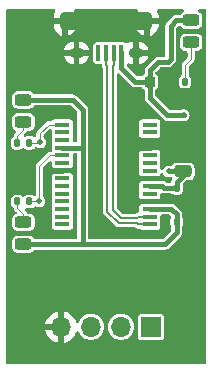
<source format=gtl>
G04 #@! TF.GenerationSoftware,KiCad,Pcbnew,8.0.5*
G04 #@! TF.CreationDate,2025-04-12T21:20:27+09:00*
G04 #@! TF.ProjectId,usb_serial,7573625f-7365-4726-9961-6c2e6b696361,rev?*
G04 #@! TF.SameCoordinates,Original*
G04 #@! TF.FileFunction,Copper,L1,Top*
G04 #@! TF.FilePolarity,Positive*
%FSLAX46Y46*%
G04 Gerber Fmt 4.6, Leading zero omitted, Abs format (unit mm)*
G04 Created by KiCad (PCBNEW 8.0.5) date 2025-04-12 21:20:27*
%MOMM*%
%LPD*%
G01*
G04 APERTURE LIST*
G04 Aperture macros list*
%AMRoundRect*
0 Rectangle with rounded corners*
0 $1 Rounding radius*
0 $2 $3 $4 $5 $6 $7 $8 $9 X,Y pos of 4 corners*
0 Add a 4 corners polygon primitive as box body*
4,1,4,$2,$3,$4,$5,$6,$7,$8,$9,$2,$3,0*
0 Add four circle primitives for the rounded corners*
1,1,$1+$1,$2,$3*
1,1,$1+$1,$4,$5*
1,1,$1+$1,$6,$7*
1,1,$1+$1,$8,$9*
0 Add four rect primitives between the rounded corners*
20,1,$1+$1,$2,$3,$4,$5,0*
20,1,$1+$1,$4,$5,$6,$7,0*
20,1,$1+$1,$6,$7,$8,$9,0*
20,1,$1+$1,$8,$9,$2,$3,0*%
G04 Aperture macros list end*
G04 #@! TA.AperFunction,SMDPad,CuDef*
%ADD10RoundRect,0.100000X0.100000X0.575000X-0.100000X0.575000X-0.100000X-0.575000X0.100000X-0.575000X0*%
G04 #@! TD*
G04 #@! TA.AperFunction,ComponentPad*
%ADD11O,0.890000X1.550000*%
G04 #@! TD*
G04 #@! TA.AperFunction,SMDPad,CuDef*
%ADD12RoundRect,0.250000X0.475000X0.525000X-0.475000X0.525000X-0.475000X-0.525000X0.475000X-0.525000X0*%
G04 #@! TD*
G04 #@! TA.AperFunction,ComponentPad*
%ADD13O,1.250000X0.950000*%
G04 #@! TD*
G04 #@! TA.AperFunction,SMDPad,CuDef*
%ADD14RoundRect,0.250000X0.500000X0.525000X-0.500000X0.525000X-0.500000X-0.525000X0.500000X-0.525000X0*%
G04 #@! TD*
G04 #@! TA.AperFunction,SMDPad,CuDef*
%ADD15R,1.300000X0.380000*%
G04 #@! TD*
G04 #@! TA.AperFunction,SMDPad,CuDef*
%ADD16RoundRect,0.140000X-0.140000X-0.170000X0.140000X-0.170000X0.140000X0.170000X-0.140000X0.170000X0*%
G04 #@! TD*
G04 #@! TA.AperFunction,SMDPad,CuDef*
%ADD17RoundRect,0.243750X0.456250X-0.243750X0.456250X0.243750X-0.456250X0.243750X-0.456250X-0.243750X0*%
G04 #@! TD*
G04 #@! TA.AperFunction,SMDPad,CuDef*
%ADD18RoundRect,0.250000X0.475000X-0.250000X0.475000X0.250000X-0.475000X0.250000X-0.475000X-0.250000X0*%
G04 #@! TD*
G04 #@! TA.AperFunction,SMDPad,CuDef*
%ADD19RoundRect,0.135000X0.135000X0.185000X-0.135000X0.185000X-0.135000X-0.185000X0.135000X-0.185000X0*%
G04 #@! TD*
G04 #@! TA.AperFunction,SMDPad,CuDef*
%ADD20RoundRect,0.243750X-0.456250X0.243750X-0.456250X-0.243750X0.456250X-0.243750X0.456250X0.243750X0*%
G04 #@! TD*
G04 #@! TA.AperFunction,ComponentPad*
%ADD21R,1.700000X1.700000*%
G04 #@! TD*
G04 #@! TA.AperFunction,ComponentPad*
%ADD22O,1.700000X1.700000*%
G04 #@! TD*
G04 #@! TA.AperFunction,SMDPad,CuDef*
%ADD23RoundRect,0.225000X-0.225000X-0.250000X0.225000X-0.250000X0.225000X0.250000X-0.225000X0.250000X0*%
G04 #@! TD*
G04 #@! TA.AperFunction,ViaPad*
%ADD24C,0.500000*%
G04 #@! TD*
G04 #@! TA.AperFunction,Conductor*
%ADD25C,0.400000*%
G04 #@! TD*
G04 #@! TA.AperFunction,Conductor*
%ADD26C,0.101600*%
G04 #@! TD*
G04 #@! TA.AperFunction,Conductor*
%ADD27C,0.200000*%
G04 #@! TD*
G04 APERTURE END LIST*
D10*
X140300000Y-64190000D03*
X139650000Y-64190000D03*
X139000000Y-64190000D03*
X138350000Y-64190000D03*
X137700000Y-64190000D03*
D11*
X142500000Y-61490000D03*
D12*
X142025000Y-61490000D03*
D13*
X141500000Y-64190000D03*
D14*
X140000000Y-61490000D03*
X138000000Y-61490000D03*
D13*
X136500000Y-64190000D03*
D12*
X135975000Y-61490000D03*
D11*
X135500000Y-61490000D03*
D15*
X135300000Y-70275000D03*
X135300000Y-70925000D03*
X135300000Y-71575000D03*
X135300000Y-72225000D03*
X135300000Y-72875000D03*
X135300000Y-73525000D03*
X135300000Y-74175000D03*
X135300000Y-74825000D03*
X135300000Y-75475000D03*
X135300000Y-76125000D03*
X135300000Y-76775000D03*
X135300000Y-77425000D03*
X135300000Y-78075000D03*
X135300000Y-78725000D03*
X142700000Y-78725000D03*
X142700000Y-78075000D03*
X142700000Y-77425000D03*
X142700000Y-76775000D03*
X142700000Y-76125000D03*
X142700000Y-75475000D03*
X142700000Y-74825000D03*
X142700000Y-74175000D03*
X142700000Y-73525000D03*
X142700000Y-72875000D03*
X142700000Y-72225000D03*
X142700000Y-71575000D03*
X142700000Y-70925000D03*
X142700000Y-70275000D03*
D16*
X144980000Y-75640000D03*
X145940000Y-75640000D03*
D17*
X146200000Y-63307500D03*
X146200000Y-61432500D03*
D16*
X144980000Y-78500000D03*
X145940000Y-78500000D03*
D17*
X132000000Y-70047500D03*
X132000000Y-68172500D03*
D18*
X145520000Y-74240000D03*
X145520000Y-72340000D03*
D19*
X132510000Y-71810000D03*
X131490000Y-71810000D03*
X146710000Y-66640000D03*
X145690000Y-66640000D03*
D20*
X132000000Y-78542500D03*
X132000000Y-80417500D03*
D19*
X132510000Y-76780000D03*
X131490000Y-76780000D03*
D21*
X142810000Y-87400000D03*
D22*
X140270000Y-87400000D03*
X137730000Y-87400000D03*
X135190000Y-87400000D03*
D23*
X142715000Y-66650000D03*
X144265000Y-66650000D03*
D24*
X137950000Y-66290000D03*
X141390000Y-74820000D03*
X144280000Y-65790000D03*
X134050000Y-74180000D03*
X146820000Y-75640000D03*
X141370000Y-71340000D03*
X141410000Y-76770000D03*
X146850000Y-78530000D03*
X146710000Y-65840000D03*
X137150000Y-65490000D03*
X137150000Y-66290000D03*
X141425000Y-72225000D03*
X137950000Y-65490000D03*
X144200000Y-72340000D03*
X144290000Y-74240000D03*
X145570000Y-69480000D03*
X133350000Y-76780000D03*
X133410000Y-71780000D03*
D25*
X141415000Y-76775000D02*
X141410000Y-76770000D01*
X135295000Y-74180000D02*
X135300000Y-74175000D01*
X141605000Y-71575000D02*
X141370000Y-71340000D01*
X142075000Y-71575000D02*
X141605000Y-71575000D01*
D26*
X146710000Y-66640000D02*
X146710000Y-65840000D01*
D25*
X146820000Y-75640000D02*
X145940000Y-75640000D01*
X145520000Y-72340000D02*
X144200000Y-72340000D01*
X146850000Y-78530000D02*
X146820000Y-78500000D01*
X134050000Y-74180000D02*
X135295000Y-74180000D01*
X142700000Y-71575000D02*
X142075000Y-71575000D01*
X142700000Y-76775000D02*
X141415000Y-76775000D01*
X144280000Y-65790000D02*
X144280000Y-66635000D01*
X141425000Y-72225000D02*
X142700000Y-72225000D01*
X144280000Y-66635000D02*
X144265000Y-66650000D01*
X142700000Y-74825000D02*
X141395000Y-74825000D01*
X146820000Y-78500000D02*
X145940000Y-78500000D01*
X141395000Y-74825000D02*
X141390000Y-74820000D01*
X144290000Y-74240000D02*
X145520000Y-74240000D01*
X145520000Y-74600000D02*
X144980000Y-75140000D01*
X142700000Y-75475000D02*
X143755000Y-75475000D01*
X145520000Y-74240000D02*
X145520000Y-74600000D01*
X140300000Y-65490000D02*
X140300000Y-64140000D01*
X142715000Y-66650000D02*
X142715000Y-65635000D01*
X142715000Y-66650000D02*
X142715000Y-68025000D01*
X144480000Y-64710000D02*
X144480000Y-61900000D01*
X144947500Y-61432500D02*
X146200000Y-61432500D01*
X142715000Y-66650000D02*
X141460000Y-66650000D01*
X142715000Y-65635000D02*
X143380000Y-64970000D01*
X144220000Y-64970000D02*
X144480000Y-64710000D01*
X143380000Y-64970000D02*
X144220000Y-64970000D01*
X144480000Y-61900000D02*
X144947500Y-61432500D01*
X143755000Y-75475000D02*
X143920000Y-75640000D01*
X144170000Y-69480000D02*
X145570000Y-69480000D01*
X144980000Y-75140000D02*
X144980000Y-75640000D01*
X141460000Y-66650000D02*
X140300000Y-65490000D01*
X143920000Y-75640000D02*
X144980000Y-75640000D01*
X142715000Y-68025000D02*
X144170000Y-69480000D01*
X137015000Y-72225000D02*
X137015000Y-69005000D01*
X137010000Y-80397500D02*
X137015000Y-80402500D01*
X144535000Y-77425000D02*
X142700000Y-77425000D01*
X132000000Y-80417500D02*
X143962500Y-80417500D01*
X143962500Y-80417500D02*
X144980000Y-79400000D01*
X137015000Y-80402500D02*
X137015000Y-72225000D01*
X144980000Y-77870000D02*
X144535000Y-77425000D01*
X136182500Y-68172500D02*
X132000000Y-68172500D01*
X137015000Y-72225000D02*
X135300000Y-72225000D01*
X137015000Y-69005000D02*
X136182500Y-68172500D01*
X144980000Y-79400000D02*
X144980000Y-77870000D01*
D26*
X131490000Y-71230000D02*
X131490000Y-71810000D01*
X132000000Y-70720000D02*
X131490000Y-71230000D01*
X132000000Y-70047500D02*
X132000000Y-70720000D01*
X131490000Y-77300000D02*
X132000000Y-77810000D01*
X132000000Y-77810000D02*
X132000000Y-78542500D01*
X131490000Y-76780000D02*
X131490000Y-77300000D01*
X145690000Y-65200000D02*
X145690000Y-66640000D01*
X146200000Y-64690000D02*
X145690000Y-65200000D01*
X146200000Y-63307500D02*
X146200000Y-64690000D01*
D27*
X139100000Y-65337501D02*
X139100000Y-77648200D01*
X140076800Y-78625000D02*
X141624999Y-78625000D01*
X141724999Y-78725000D02*
X142700000Y-78725000D01*
X141624999Y-78625000D02*
X141724999Y-78725000D01*
X139100000Y-77648200D02*
X140076800Y-78625000D01*
X139000000Y-65237501D02*
X139100000Y-65337501D01*
X139000000Y-64140000D02*
X139000000Y-65237501D01*
X139550000Y-65337501D02*
X139550000Y-77461800D01*
X140263200Y-78175000D02*
X141624999Y-78175000D01*
X139650000Y-65237501D02*
X139550000Y-65337501D01*
X141624999Y-78175000D02*
X141724999Y-78075000D01*
X139550000Y-77461800D02*
X140263200Y-78175000D01*
X139650000Y-64140000D02*
X139650000Y-65237501D01*
X141724999Y-78075000D02*
X142700000Y-78075000D01*
D26*
X133535000Y-73625000D02*
X133350000Y-73810000D01*
X133350000Y-76780000D02*
X132510000Y-76780000D01*
X134285000Y-72875000D02*
X133535000Y-73625000D01*
X133350000Y-73810000D02*
X133350000Y-76780000D01*
X135300000Y-72875000D02*
X134285000Y-72875000D01*
X135300000Y-70275000D02*
X134145000Y-70275000D01*
X134145000Y-70275000D02*
X133400000Y-71020000D01*
X133400000Y-71020000D02*
X133400000Y-71790000D01*
X133380000Y-71810000D02*
X132510000Y-71810000D01*
X133400000Y-71790000D02*
X133380000Y-71810000D01*
G04 #@! TA.AperFunction,Conductor*
G36*
X134639173Y-60520185D02*
G01*
X134684928Y-60572989D01*
X134694872Y-60642147D01*
X134675236Y-60693391D01*
X134662555Y-60712368D01*
X134662550Y-60712377D01*
X134591316Y-60884353D01*
X134591314Y-60884361D01*
X134555000Y-61066921D01*
X134555000Y-61240000D01*
X135250000Y-61240000D01*
X135250000Y-61740000D01*
X134555000Y-61740000D01*
X134555000Y-61913078D01*
X134591314Y-62095638D01*
X134591316Y-62095646D01*
X134662550Y-62267622D01*
X134662555Y-62267631D01*
X134765970Y-62422401D01*
X134765973Y-62422405D01*
X134897594Y-62554026D01*
X134897598Y-62554029D01*
X135052368Y-62657444D01*
X135052381Y-62657451D01*
X135224350Y-62728682D01*
X135224355Y-62728683D01*
X135250000Y-62733784D01*
X135250000Y-61864728D01*
X135288060Y-61956614D01*
X135358386Y-62026940D01*
X135450272Y-62065000D01*
X135549728Y-62065000D01*
X135641614Y-62026940D01*
X135711940Y-61956614D01*
X135750000Y-61864728D01*
X135750000Y-62733783D01*
X135775644Y-62728683D01*
X135775649Y-62728682D01*
X135947618Y-62657451D01*
X135947631Y-62657444D01*
X136102401Y-62554029D01*
X136102405Y-62554026D01*
X136234026Y-62422405D01*
X136234029Y-62422401D01*
X136337444Y-62267631D01*
X136337449Y-62267622D01*
X136408683Y-62095646D01*
X136408685Y-62095638D01*
X136444999Y-61913078D01*
X136445000Y-61913076D01*
X136445000Y-61740000D01*
X135750000Y-61740000D01*
X135750000Y-61240000D01*
X136445000Y-61240000D01*
X136445000Y-61066923D01*
X136444999Y-61066921D01*
X136408685Y-60884361D01*
X136408683Y-60884353D01*
X136337449Y-60712377D01*
X136337444Y-60712368D01*
X136324764Y-60693391D01*
X136303886Y-60626713D01*
X136322371Y-60559333D01*
X136374350Y-60512643D01*
X136427866Y-60500500D01*
X141572134Y-60500500D01*
X141639173Y-60520185D01*
X141684928Y-60572989D01*
X141694872Y-60642147D01*
X141675236Y-60693391D01*
X141662555Y-60712368D01*
X141662550Y-60712377D01*
X141591316Y-60884353D01*
X141591314Y-60884361D01*
X141555000Y-61066921D01*
X141555000Y-61240000D01*
X142250000Y-61240000D01*
X142250000Y-61740000D01*
X141555000Y-61740000D01*
X141555000Y-61913078D01*
X141591314Y-62095638D01*
X141591316Y-62095646D01*
X141662550Y-62267622D01*
X141662555Y-62267631D01*
X141765970Y-62422401D01*
X141765973Y-62422405D01*
X141897594Y-62554026D01*
X141897598Y-62554029D01*
X142052368Y-62657444D01*
X142052381Y-62657451D01*
X142224350Y-62728682D01*
X142224355Y-62728683D01*
X142250000Y-62733784D01*
X142250000Y-61864728D01*
X142288060Y-61956614D01*
X142358386Y-62026940D01*
X142450272Y-62065000D01*
X142549728Y-62065000D01*
X142641614Y-62026940D01*
X142711940Y-61956614D01*
X142750000Y-61864728D01*
X142750000Y-62733783D01*
X142775644Y-62728683D01*
X142775649Y-62728682D01*
X142947618Y-62657451D01*
X142947631Y-62657444D01*
X143102401Y-62554029D01*
X143102405Y-62554026D01*
X143234026Y-62422405D01*
X143234029Y-62422401D01*
X143337444Y-62267631D01*
X143337449Y-62267622D01*
X143408683Y-62095646D01*
X143408685Y-62095638D01*
X143444999Y-61913078D01*
X143445000Y-61913076D01*
X143445000Y-61740000D01*
X142750000Y-61740000D01*
X142750000Y-61240000D01*
X143445000Y-61240000D01*
X143445000Y-61066923D01*
X143444999Y-61066921D01*
X143408685Y-60884361D01*
X143408683Y-60884353D01*
X143337449Y-60712377D01*
X143337444Y-60712368D01*
X143324764Y-60693391D01*
X143303886Y-60626713D01*
X143322371Y-60559333D01*
X143374350Y-60512643D01*
X143427866Y-60500500D01*
X145487429Y-60500500D01*
X145554468Y-60520185D01*
X145600223Y-60572989D01*
X145610167Y-60642147D01*
X145581142Y-60705703D01*
X145530765Y-60740680D01*
X145507560Y-60749335D01*
X145504443Y-60750498D01*
X145390669Y-60835669D01*
X145318324Y-60932311D01*
X145262390Y-60974182D01*
X145219057Y-60982000D01*
X144888191Y-60982000D01*
X144797825Y-61006213D01*
X144797824Y-61006212D01*
X144773615Y-61012700D01*
X144773606Y-61012704D01*
X144670892Y-61072005D01*
X144670884Y-61072011D01*
X144119513Y-61623383D01*
X144119509Y-61623389D01*
X144060201Y-61726112D01*
X144060200Y-61726117D01*
X144029500Y-61840691D01*
X144029500Y-64395500D01*
X144009815Y-64462539D01*
X143957011Y-64508294D01*
X143905500Y-64519500D01*
X143320691Y-64519500D01*
X143230325Y-64543713D01*
X143230324Y-64543712D01*
X143206116Y-64550199D01*
X143206113Y-64550200D01*
X143103386Y-64609511D01*
X143103383Y-64609513D01*
X142354513Y-65358383D01*
X142354509Y-65358389D01*
X142295201Y-65461112D01*
X142295200Y-65461117D01*
X142264500Y-65575691D01*
X142264500Y-65912764D01*
X142244815Y-65979803D01*
X142214811Y-66012031D01*
X142150311Y-66060314D01*
X142083317Y-66149810D01*
X142027384Y-66191682D01*
X141984050Y-66199500D01*
X141697966Y-66199500D01*
X141630927Y-66179815D01*
X141610285Y-66163181D01*
X140786819Y-65339715D01*
X140753334Y-65278392D01*
X140750500Y-65252034D01*
X140750500Y-65182591D01*
X140770185Y-65115552D01*
X140822989Y-65069797D01*
X140892147Y-65059853D01*
X140921953Y-65068030D01*
X141065602Y-65127531D01*
X141065610Y-65127533D01*
X141249999Y-65164210D01*
X141250000Y-65164210D01*
X141250000Y-64446236D01*
X141295299Y-64465000D01*
X141704701Y-64465000D01*
X141750000Y-64446236D01*
X141750000Y-65164210D01*
X141934389Y-65127533D01*
X141934397Y-65127531D01*
X142111833Y-65054035D01*
X142111842Y-65054030D01*
X142271526Y-64947332D01*
X142271530Y-64947329D01*
X142407329Y-64811530D01*
X142407332Y-64811526D01*
X142514030Y-64651842D01*
X142514035Y-64651833D01*
X142587531Y-64474397D01*
X142587533Y-64474389D01*
X142594374Y-64440000D01*
X141765057Y-64440000D01*
X141805775Y-64423134D01*
X141883134Y-64345775D01*
X141925000Y-64244701D01*
X141925000Y-64135299D01*
X141883134Y-64034225D01*
X141805775Y-63956866D01*
X141765057Y-63940000D01*
X142594374Y-63940000D01*
X142587533Y-63905610D01*
X142587531Y-63905602D01*
X142514035Y-63728166D01*
X142514030Y-63728157D01*
X142407332Y-63568473D01*
X142407329Y-63568469D01*
X142271530Y-63432670D01*
X142271526Y-63432667D01*
X142111842Y-63325969D01*
X142111833Y-63325964D01*
X141934397Y-63252468D01*
X141934389Y-63252466D01*
X141750000Y-63215788D01*
X141750000Y-63933763D01*
X141704701Y-63915000D01*
X141295299Y-63915000D01*
X141250000Y-63933763D01*
X141250000Y-63215789D01*
X141249999Y-63215788D01*
X141065610Y-63252466D01*
X141065602Y-63252468D01*
X140888166Y-63325964D01*
X140888159Y-63325968D01*
X140804019Y-63382189D01*
X140737342Y-63403066D01*
X140669962Y-63384581D01*
X140647447Y-63366766D01*
X140606485Y-63325803D01*
X140501391Y-63274426D01*
X140433261Y-63264500D01*
X140433260Y-63264500D01*
X140166740Y-63264500D01*
X140166739Y-63264500D01*
X140098607Y-63274426D01*
X140098606Y-63274426D01*
X140029459Y-63308230D01*
X139960586Y-63319988D01*
X139920541Y-63308230D01*
X139851393Y-63274426D01*
X139783261Y-63264500D01*
X139783260Y-63264500D01*
X139516740Y-63264500D01*
X139516739Y-63264500D01*
X139448607Y-63274426D01*
X139448606Y-63274426D01*
X139379459Y-63308230D01*
X139310586Y-63319988D01*
X139270541Y-63308230D01*
X139201393Y-63274426D01*
X139133261Y-63264500D01*
X139133260Y-63264500D01*
X138866740Y-63264500D01*
X138866739Y-63264500D01*
X138798607Y-63274426D01*
X138798606Y-63274426D01*
X138729459Y-63308230D01*
X138660586Y-63319988D01*
X138620541Y-63308230D01*
X138551393Y-63274426D01*
X138483261Y-63264500D01*
X138483260Y-63264500D01*
X138216740Y-63264500D01*
X138216739Y-63264500D01*
X138148608Y-63274426D01*
X138043514Y-63325803D01*
X137960803Y-63408514D01*
X137909426Y-63513608D01*
X137899500Y-63581739D01*
X137899500Y-64798260D01*
X137909426Y-64866391D01*
X137960803Y-64971485D01*
X138043514Y-65054196D01*
X138043515Y-65054196D01*
X138043517Y-65054198D01*
X138148607Y-65105573D01*
X138182673Y-65110536D01*
X138216739Y-65115500D01*
X138216740Y-65115500D01*
X138483258Y-65115500D01*
X138483260Y-65115500D01*
X138507622Y-65111950D01*
X138576797Y-65121762D01*
X138629688Y-65167416D01*
X138649500Y-65234418D01*
X138649500Y-65283644D01*
X138662051Y-65330488D01*
X138673385Y-65372786D01*
X138673387Y-65372791D01*
X138719528Y-65452711D01*
X138723873Y-65458372D01*
X138749070Y-65523540D01*
X138749500Y-65533862D01*
X138749500Y-77694345D01*
X138769860Y-77770331D01*
X138773385Y-77783486D01*
X138773387Y-77783491D01*
X138819527Y-77863408D01*
X138819529Y-77863411D01*
X138819530Y-77863412D01*
X139861588Y-78905470D01*
X139941512Y-78951614D01*
X140030656Y-78975500D01*
X140122944Y-78975500D01*
X141428639Y-78975500D01*
X141495678Y-78995185D01*
X141504128Y-79001126D01*
X141509783Y-79005465D01*
X141509787Y-79005469D01*
X141509791Y-79005471D01*
X141509792Y-79005472D01*
X141589705Y-79051611D01*
X141589706Y-79051611D01*
X141589711Y-79051614D01*
X141678855Y-79075500D01*
X141801700Y-79075500D01*
X141868739Y-79095185D01*
X141870590Y-79096397D01*
X141952260Y-79150966D01*
X141952263Y-79150966D01*
X141952264Y-79150967D01*
X142025321Y-79165499D01*
X142025324Y-79165500D01*
X142025326Y-79165500D01*
X143374676Y-79165500D01*
X143374677Y-79165499D01*
X143447740Y-79150966D01*
X143530601Y-79095601D01*
X143585966Y-79012740D01*
X143600500Y-78939674D01*
X143600500Y-78510326D01*
X143600500Y-78510323D01*
X143600499Y-78510321D01*
X143583584Y-78425281D01*
X143587720Y-78424458D01*
X143582710Y-78378032D01*
X143583677Y-78374737D01*
X143583584Y-78374719D01*
X143600499Y-78289678D01*
X143600500Y-78289676D01*
X143600500Y-77999500D01*
X143620185Y-77932461D01*
X143672989Y-77886706D01*
X143724500Y-77875500D01*
X144297035Y-77875500D01*
X144364074Y-77895185D01*
X144384716Y-77911819D01*
X144473437Y-78000540D01*
X144506922Y-78061863D01*
X144501938Y-78131555D01*
X144496241Y-78144516D01*
X144463981Y-78207827D01*
X144463981Y-78207828D01*
X144449500Y-78299264D01*
X144449500Y-78700739D01*
X144463981Y-78792170D01*
X144463981Y-78792171D01*
X144463982Y-78792174D01*
X144463983Y-78792175D01*
X144515985Y-78894235D01*
X144529500Y-78950528D01*
X144529500Y-79162035D01*
X144509815Y-79229074D01*
X144493181Y-79249716D01*
X143812216Y-79930681D01*
X143750893Y-79964166D01*
X143724535Y-79967000D01*
X137589500Y-79967000D01*
X137522461Y-79947315D01*
X137476706Y-79894511D01*
X137465500Y-79843000D01*
X137465500Y-68945693D01*
X137465500Y-68945691D01*
X137434799Y-68831114D01*
X137434799Y-68831113D01*
X137434799Y-68831112D01*
X137375492Y-68728389D01*
X137375488Y-68728384D01*
X136459116Y-67812013D01*
X136459114Y-67812011D01*
X136407750Y-67782356D01*
X136356388Y-67752701D01*
X136344280Y-67749457D01*
X136332173Y-67746213D01*
X136332170Y-67746212D01*
X136293978Y-67735978D01*
X136241809Y-67722000D01*
X136241808Y-67722000D01*
X132980943Y-67722000D01*
X132913904Y-67702315D01*
X132881676Y-67672311D01*
X132878840Y-67668523D01*
X132809331Y-67575669D01*
X132740962Y-67524489D01*
X132695556Y-67490498D01*
X132695554Y-67490497D01*
X132562391Y-67440829D01*
X132562389Y-67440828D01*
X132562387Y-67440828D01*
X132503529Y-67434500D01*
X131496482Y-67434500D01*
X131496473Y-67434501D01*
X131437608Y-67440828D01*
X131304445Y-67490497D01*
X131190669Y-67575669D01*
X131105498Y-67689443D01*
X131055828Y-67822612D01*
X131049500Y-67881462D01*
X131049500Y-68463517D01*
X131049501Y-68463526D01*
X131055828Y-68522391D01*
X131093355Y-68623000D01*
X131105497Y-68655554D01*
X131190669Y-68769331D01*
X131304446Y-68854503D01*
X131437609Y-68904171D01*
X131496479Y-68910500D01*
X132503520Y-68910499D01*
X132562391Y-68904171D01*
X132695554Y-68854503D01*
X132809331Y-68769331D01*
X132881676Y-68672689D01*
X132937610Y-68630818D01*
X132980943Y-68623000D01*
X135944535Y-68623000D01*
X136011574Y-68642685D01*
X136032216Y-68659319D01*
X136528181Y-69155284D01*
X136561666Y-69216607D01*
X136564500Y-69242965D01*
X136564500Y-71650500D01*
X136544815Y-71717539D01*
X136492011Y-71763294D01*
X136440500Y-71774500D01*
X136324500Y-71774500D01*
X136257461Y-71754815D01*
X136211706Y-71702011D01*
X136200500Y-71650500D01*
X136200500Y-71360323D01*
X136200499Y-71360321D01*
X136183584Y-71275281D01*
X136187720Y-71274458D01*
X136182710Y-71228032D01*
X136183677Y-71224737D01*
X136183584Y-71224719D01*
X136200499Y-71139678D01*
X136200500Y-71139673D01*
X136200500Y-70710323D01*
X136200499Y-70710321D01*
X136183584Y-70625281D01*
X136187720Y-70624458D01*
X136182710Y-70578032D01*
X136183677Y-70574737D01*
X136183584Y-70574719D01*
X136200499Y-70489678D01*
X136200500Y-70489676D01*
X136200500Y-70060323D01*
X136200499Y-70060321D01*
X136185967Y-69987264D01*
X136185966Y-69987260D01*
X136181449Y-69980500D01*
X136130601Y-69904399D01*
X136047740Y-69849034D01*
X136047739Y-69849033D01*
X136047735Y-69849032D01*
X135974677Y-69834500D01*
X135974674Y-69834500D01*
X134625326Y-69834500D01*
X134625323Y-69834500D01*
X134552264Y-69849032D01*
X134552260Y-69849034D01*
X134469401Y-69904397D01*
X134469397Y-69904401D01*
X134459915Y-69918592D01*
X134406302Y-69963397D01*
X134356814Y-69973700D01*
X134105333Y-69973700D01*
X134028700Y-69994233D01*
X133959997Y-70033900D01*
X133959994Y-70033902D01*
X133504223Y-70489674D01*
X133214999Y-70778898D01*
X133214997Y-70778900D01*
X133158900Y-70834997D01*
X133158149Y-70836298D01*
X133155995Y-70840029D01*
X133119233Y-70903700D01*
X133119233Y-70903702D01*
X133112534Y-70928702D01*
X133098700Y-70980331D01*
X133098700Y-71234159D01*
X133079015Y-71301198D01*
X133026211Y-71346953D01*
X132957053Y-71356897D01*
X132893497Y-71327872D01*
X132887019Y-71321840D01*
X132872102Y-71306923D01*
X132872099Y-71306921D01*
X132756521Y-71250419D01*
X132756519Y-71250418D01*
X132756518Y-71250418D01*
X132681582Y-71239500D01*
X132338418Y-71239500D01*
X132284892Y-71247298D01*
X132263480Y-71250418D01*
X132211486Y-71275837D01*
X132142612Y-71287595D01*
X132078316Y-71260252D01*
X132039009Y-71202487D01*
X132037171Y-71132642D01*
X132069343Y-71076757D01*
X132185000Y-70961101D01*
X132185003Y-70961100D01*
X132241100Y-70905003D01*
X132260933Y-70870650D01*
X132274301Y-70847497D01*
X132324869Y-70799282D01*
X132381687Y-70785499D01*
X132503517Y-70785499D01*
X132503520Y-70785499D01*
X132562391Y-70779171D01*
X132695554Y-70729503D01*
X132809331Y-70644331D01*
X132894503Y-70530554D01*
X132944171Y-70397391D01*
X132946536Y-70375383D01*
X132950499Y-70338537D01*
X132950499Y-70338526D01*
X132950500Y-70338521D01*
X132950499Y-69756480D01*
X132944171Y-69697609D01*
X132894503Y-69564446D01*
X132809331Y-69450669D01*
X132740962Y-69399489D01*
X132695556Y-69365498D01*
X132695554Y-69365497D01*
X132562391Y-69315829D01*
X132562389Y-69315828D01*
X132562387Y-69315828D01*
X132503529Y-69309500D01*
X131496482Y-69309500D01*
X131496473Y-69309501D01*
X131437608Y-69315828D01*
X131304445Y-69365497D01*
X131190669Y-69450669D01*
X131105498Y-69564443D01*
X131055828Y-69697612D01*
X131049500Y-69756462D01*
X131049500Y-70338517D01*
X131049501Y-70338526D01*
X131055828Y-70397391D01*
X131105497Y-70530554D01*
X131190669Y-70644331D01*
X131304446Y-70729503D01*
X131312996Y-70732692D01*
X131368929Y-70774564D01*
X131393345Y-70840029D01*
X131378492Y-70908302D01*
X131357343Y-70936553D01*
X131305000Y-70988897D01*
X131304999Y-70988898D01*
X131248902Y-71044994D01*
X131248900Y-71044997D01*
X131229066Y-71079350D01*
X131229065Y-71079350D01*
X131209232Y-71113703D01*
X131209231Y-71113703D01*
X131202274Y-71139673D01*
X131202274Y-71139674D01*
X131188700Y-71190333D01*
X131188700Y-71199795D01*
X131169015Y-71266834D01*
X131134096Y-71297930D01*
X131136257Y-71300956D01*
X131127895Y-71306926D01*
X131036923Y-71397897D01*
X131036921Y-71397900D01*
X130980419Y-71513478D01*
X130980418Y-71513480D01*
X130980418Y-71513482D01*
X130969500Y-71588418D01*
X130969500Y-72031582D01*
X130980418Y-72106518D01*
X130980418Y-72106519D01*
X130980419Y-72106521D01*
X131036921Y-72222099D01*
X131036923Y-72222102D01*
X131127897Y-72313076D01*
X131127900Y-72313078D01*
X131238656Y-72367222D01*
X131243482Y-72369582D01*
X131318418Y-72380500D01*
X131318423Y-72380500D01*
X131661577Y-72380500D01*
X131661582Y-72380500D01*
X131736518Y-72369582D01*
X131794310Y-72341329D01*
X131852099Y-72313078D01*
X131852102Y-72313076D01*
X131912319Y-72252860D01*
X131973642Y-72219375D01*
X132043334Y-72224359D01*
X132087681Y-72252860D01*
X132147897Y-72313076D01*
X132147900Y-72313078D01*
X132258656Y-72367222D01*
X132263482Y-72369582D01*
X132338418Y-72380500D01*
X132338423Y-72380500D01*
X132681577Y-72380500D01*
X132681582Y-72380500D01*
X132756518Y-72369582D01*
X132814310Y-72341329D01*
X132872099Y-72313078D01*
X132872102Y-72313076D01*
X132970342Y-72214837D01*
X132972206Y-72216701D01*
X133015181Y-72182981D01*
X133084741Y-72176414D01*
X133128181Y-72193832D01*
X133199947Y-72239953D01*
X133199950Y-72239954D01*
X133199949Y-72239954D01*
X133338036Y-72280499D01*
X133338038Y-72280500D01*
X133338039Y-72280500D01*
X133481962Y-72280500D01*
X133481962Y-72280499D01*
X133620053Y-72239953D01*
X133741128Y-72162143D01*
X133835377Y-72053373D01*
X133895165Y-71922457D01*
X133915647Y-71780000D01*
X133895165Y-71637543D01*
X133835377Y-71506627D01*
X133835375Y-71506625D01*
X133835374Y-71506622D01*
X133735321Y-71391154D01*
X133737128Y-71389587D01*
X133706320Y-71341642D01*
X133701300Y-71306716D01*
X133701300Y-71196164D01*
X133720985Y-71129125D01*
X133737619Y-71108483D01*
X133975452Y-70870650D01*
X134187820Y-70658281D01*
X134249142Y-70624798D01*
X134318834Y-70629782D01*
X134374767Y-70671654D01*
X134399184Y-70737118D01*
X134399500Y-70745964D01*
X134399500Y-71139674D01*
X134416416Y-71224717D01*
X134412291Y-71225537D01*
X134417264Y-71272103D01*
X134416335Y-71275266D01*
X134416416Y-71275283D01*
X134399500Y-71360323D01*
X134399500Y-71360326D01*
X134399500Y-71789674D01*
X134399500Y-71789676D01*
X134399499Y-71789676D01*
X134416416Y-71874717D01*
X134412291Y-71875537D01*
X134417264Y-71922103D01*
X134416335Y-71925266D01*
X134416416Y-71925283D01*
X134399500Y-72010323D01*
X134399500Y-72445766D01*
X134397734Y-72445766D01*
X134386265Y-72506205D01*
X134338194Y-72556910D01*
X134275887Y-72573700D01*
X134245333Y-72573700D01*
X134168700Y-72594233D01*
X134099997Y-72633900D01*
X134099994Y-72633902D01*
X133533898Y-73200000D01*
X133349998Y-73383900D01*
X133164999Y-73568898D01*
X133164997Y-73568900D01*
X133136948Y-73596949D01*
X133108899Y-73624997D01*
X133104595Y-73632453D01*
X133069233Y-73693701D01*
X133069232Y-73693706D01*
X133048700Y-73770333D01*
X133048700Y-76164612D01*
X133029015Y-76231651D01*
X132976211Y-76277406D01*
X132907053Y-76287350D01*
X132870240Y-76276013D01*
X132756519Y-76220418D01*
X132744028Y-76218598D01*
X132681582Y-76209500D01*
X132338418Y-76209500D01*
X132263482Y-76220418D01*
X132263480Y-76220418D01*
X132263478Y-76220419D01*
X132147900Y-76276921D01*
X132147897Y-76276923D01*
X132087681Y-76337140D01*
X132026358Y-76370625D01*
X131956666Y-76365641D01*
X131912319Y-76337140D01*
X131852102Y-76276923D01*
X131852099Y-76276921D01*
X131736521Y-76220419D01*
X131736519Y-76220418D01*
X131736518Y-76220418D01*
X131661582Y-76209500D01*
X131318418Y-76209500D01*
X131243482Y-76220418D01*
X131243480Y-76220418D01*
X131243478Y-76220419D01*
X131127900Y-76276921D01*
X131127897Y-76276923D01*
X131036923Y-76367897D01*
X131036921Y-76367900D01*
X130980419Y-76483478D01*
X130980418Y-76483480D01*
X130980418Y-76483482D01*
X130969500Y-76558418D01*
X130969500Y-77001582D01*
X130980418Y-77076518D01*
X130980418Y-77076519D01*
X130980419Y-77076521D01*
X131036921Y-77192099D01*
X131036923Y-77192102D01*
X131127895Y-77283074D01*
X131127896Y-77283074D01*
X131127898Y-77283076D01*
X131129709Y-77283961D01*
X131131754Y-77285830D01*
X131136259Y-77289046D01*
X131135870Y-77289590D01*
X131181291Y-77331089D01*
X131195024Y-77363269D01*
X131209233Y-77416298D01*
X131211073Y-77419485D01*
X131211078Y-77419503D01*
X131211083Y-77419501D01*
X131248899Y-77485001D01*
X131248901Y-77485004D01*
X131312062Y-77548165D01*
X131312068Y-77548170D01*
X131401043Y-77637145D01*
X131434528Y-77698468D01*
X131429544Y-77768160D01*
X131387672Y-77824093D01*
X131356698Y-77841007D01*
X131304444Y-77860497D01*
X131190669Y-77945669D01*
X131105498Y-78059443D01*
X131055828Y-78192612D01*
X131049500Y-78251462D01*
X131049500Y-78833517D01*
X131049501Y-78833526D01*
X131055828Y-78892391D01*
X131105497Y-79025554D01*
X131190669Y-79139331D01*
X131304446Y-79224503D01*
X131437609Y-79274171D01*
X131496479Y-79280500D01*
X132503520Y-79280499D01*
X132562391Y-79274171D01*
X132695554Y-79224503D01*
X132809331Y-79139331D01*
X132894503Y-79025554D01*
X132944171Y-78892391D01*
X132946536Y-78870383D01*
X132950499Y-78833537D01*
X132950499Y-78833526D01*
X132950500Y-78833521D01*
X132950499Y-78251480D01*
X132944171Y-78192609D01*
X132894503Y-78059446D01*
X132809331Y-77945669D01*
X132715596Y-77875500D01*
X132695556Y-77860498D01*
X132695554Y-77860497D01*
X132562391Y-77810829D01*
X132562389Y-77810828D01*
X132562387Y-77810828D01*
X132503537Y-77804500D01*
X132503521Y-77804500D01*
X132405604Y-77804500D01*
X132338565Y-77784815D01*
X132292810Y-77732011D01*
X132285830Y-77712595D01*
X132282888Y-77701617D01*
X132280767Y-77693702D01*
X132260933Y-77659350D01*
X132260931Y-77659347D01*
X132241100Y-77624997D01*
X132241098Y-77624995D01*
X132241097Y-77624993D01*
X132180684Y-77564580D01*
X132180661Y-77564559D01*
X132167458Y-77551356D01*
X132133973Y-77490033D01*
X132138957Y-77420341D01*
X132180829Y-77364408D01*
X132246293Y-77339991D01*
X132273014Y-77340970D01*
X132312864Y-77346776D01*
X132338417Y-77350500D01*
X132338418Y-77350500D01*
X132681577Y-77350500D01*
X132681582Y-77350500D01*
X132756518Y-77339582D01*
X132814310Y-77311329D01*
X132872099Y-77283078D01*
X132872100Y-77283076D01*
X132872102Y-77283076D01*
X132932486Y-77222691D01*
X132993807Y-77189208D01*
X133063499Y-77194192D01*
X133087205Y-77206058D01*
X133139949Y-77239954D01*
X133278036Y-77280499D01*
X133278038Y-77280500D01*
X133278039Y-77280500D01*
X133421962Y-77280500D01*
X133421962Y-77280499D01*
X133560053Y-77239953D01*
X133681128Y-77162143D01*
X133775377Y-77053373D01*
X133835165Y-76922457D01*
X133855647Y-76780000D01*
X133835165Y-76637543D01*
X133775377Y-76506627D01*
X133705113Y-76425537D01*
X133681586Y-76398385D01*
X133652562Y-76334829D01*
X133651300Y-76317183D01*
X133651300Y-75039676D01*
X134399499Y-75039676D01*
X134416416Y-75124717D01*
X134412291Y-75125537D01*
X134417264Y-75172103D01*
X134416335Y-75175266D01*
X134416416Y-75175283D01*
X134399500Y-75260323D01*
X134399500Y-75260326D01*
X134399500Y-75689674D01*
X134399500Y-75689676D01*
X134399499Y-75689676D01*
X134416416Y-75774717D01*
X134412291Y-75775537D01*
X134417264Y-75822103D01*
X134416335Y-75825266D01*
X134416416Y-75825283D01*
X134399500Y-75910323D01*
X134399500Y-75910326D01*
X134399500Y-76339674D01*
X134399500Y-76339676D01*
X134399499Y-76339676D01*
X134416416Y-76424717D01*
X134412291Y-76425537D01*
X134417264Y-76472103D01*
X134416335Y-76475266D01*
X134416416Y-76475283D01*
X134399500Y-76560323D01*
X134399500Y-76560326D01*
X134399500Y-76989674D01*
X134399500Y-76989676D01*
X134399499Y-76989676D01*
X134416416Y-77074717D01*
X134412291Y-77075537D01*
X134417264Y-77122103D01*
X134416335Y-77125266D01*
X134416416Y-77125283D01*
X134399500Y-77210323D01*
X134399500Y-77210326D01*
X134399500Y-77639674D01*
X134399500Y-77639676D01*
X134399499Y-77639676D01*
X134416416Y-77724717D01*
X134412291Y-77725537D01*
X134417264Y-77772103D01*
X134416335Y-77775266D01*
X134416416Y-77775283D01*
X134399500Y-77860323D01*
X134399500Y-77860326D01*
X134399500Y-78289674D01*
X134399500Y-78289676D01*
X134399499Y-78289676D01*
X134416416Y-78374717D01*
X134412291Y-78375537D01*
X134417264Y-78422103D01*
X134416335Y-78425266D01*
X134416416Y-78425283D01*
X134399500Y-78510323D01*
X134399500Y-78939678D01*
X134414032Y-79012735D01*
X134414033Y-79012739D01*
X134414034Y-79012740D01*
X134469399Y-79095601D01*
X134534847Y-79139331D01*
X134552260Y-79150966D01*
X134552264Y-79150967D01*
X134625321Y-79165499D01*
X134625324Y-79165500D01*
X134625326Y-79165500D01*
X135974676Y-79165500D01*
X135974677Y-79165499D01*
X136047740Y-79150966D01*
X136130601Y-79095601D01*
X136185966Y-79012740D01*
X136200500Y-78939674D01*
X136200500Y-78510326D01*
X136200500Y-78510323D01*
X136200499Y-78510321D01*
X136183584Y-78425281D01*
X136187720Y-78424458D01*
X136182710Y-78378032D01*
X136183677Y-78374737D01*
X136183584Y-78374719D01*
X136200499Y-78289678D01*
X136200500Y-78289676D01*
X136200500Y-77860323D01*
X136200499Y-77860321D01*
X136183584Y-77775281D01*
X136187720Y-77774458D01*
X136182710Y-77728032D01*
X136183677Y-77724737D01*
X136183584Y-77724719D01*
X136200499Y-77639678D01*
X136200500Y-77639676D01*
X136200500Y-77210323D01*
X136200499Y-77210321D01*
X136183584Y-77125281D01*
X136187720Y-77124458D01*
X136182710Y-77078032D01*
X136183677Y-77074737D01*
X136183584Y-77074719D01*
X136198131Y-77001582D01*
X136200500Y-76989674D01*
X136200500Y-76560326D01*
X136200500Y-76560323D01*
X136200499Y-76560321D01*
X136183584Y-76475281D01*
X136187720Y-76474458D01*
X136182710Y-76428032D01*
X136183677Y-76424737D01*
X136183584Y-76424719D01*
X136200499Y-76339678D01*
X136200500Y-76339676D01*
X136200500Y-75910323D01*
X136200499Y-75910321D01*
X136183584Y-75825281D01*
X136187720Y-75824458D01*
X136182710Y-75778032D01*
X136183677Y-75774737D01*
X136183584Y-75774719D01*
X136200499Y-75689678D01*
X136200500Y-75689676D01*
X136200500Y-75260323D01*
X136200499Y-75260321D01*
X136183584Y-75175281D01*
X136187720Y-75174458D01*
X136182710Y-75128032D01*
X136183677Y-75124737D01*
X136183584Y-75124719D01*
X136198638Y-75049033D01*
X136200500Y-75039674D01*
X136200500Y-74610326D01*
X136200500Y-74610323D01*
X136200499Y-74610321D01*
X136185967Y-74537264D01*
X136185966Y-74537260D01*
X136170004Y-74513371D01*
X136130601Y-74454399D01*
X136047740Y-74399034D01*
X136047739Y-74399033D01*
X136047735Y-74399032D01*
X135974677Y-74384500D01*
X135974674Y-74384500D01*
X134625326Y-74384500D01*
X134625323Y-74384500D01*
X134552264Y-74399032D01*
X134552260Y-74399033D01*
X134469399Y-74454399D01*
X134414033Y-74537260D01*
X134414032Y-74537264D01*
X134399500Y-74610321D01*
X134399500Y-74610326D01*
X134399500Y-75039674D01*
X134399500Y-75039676D01*
X134399499Y-75039676D01*
X133651300Y-75039676D01*
X133651300Y-73986164D01*
X133670985Y-73919125D01*
X133687614Y-73898487D01*
X133776100Y-73810002D01*
X133776099Y-73810002D01*
X134187819Y-73398282D01*
X134249142Y-73364798D01*
X134318834Y-73369782D01*
X134374767Y-73411654D01*
X134399184Y-73477118D01*
X134399500Y-73485964D01*
X134399500Y-73739678D01*
X134414032Y-73812735D01*
X134414033Y-73812739D01*
X134432405Y-73840235D01*
X134469399Y-73895601D01*
X134552260Y-73950966D01*
X134552264Y-73950967D01*
X134625321Y-73965499D01*
X134625324Y-73965500D01*
X134625326Y-73965500D01*
X135974676Y-73965500D01*
X135974677Y-73965499D01*
X136047740Y-73950966D01*
X136130601Y-73895601D01*
X136185966Y-73812740D01*
X136200500Y-73739674D01*
X136200500Y-73310326D01*
X136200500Y-73310323D01*
X136200499Y-73310321D01*
X136183584Y-73225281D01*
X136187720Y-73224458D01*
X136182710Y-73178032D01*
X136183677Y-73174737D01*
X136183584Y-73174719D01*
X136200499Y-73089678D01*
X136200500Y-73089676D01*
X136200500Y-72799500D01*
X136220185Y-72732461D01*
X136272989Y-72686706D01*
X136324500Y-72675500D01*
X136440500Y-72675500D01*
X136507539Y-72695185D01*
X136553294Y-72747989D01*
X136564500Y-72799500D01*
X136564500Y-79843000D01*
X136544815Y-79910039D01*
X136492011Y-79955794D01*
X136440500Y-79967000D01*
X132980943Y-79967000D01*
X132913904Y-79947315D01*
X132881676Y-79917311D01*
X132864608Y-79894511D01*
X132809331Y-79820669D01*
X132740962Y-79769489D01*
X132695556Y-79735498D01*
X132695554Y-79735497D01*
X132562391Y-79685829D01*
X132562389Y-79685828D01*
X132562387Y-79685828D01*
X132503529Y-79679500D01*
X131496482Y-79679500D01*
X131496473Y-79679501D01*
X131437608Y-79685828D01*
X131304445Y-79735497D01*
X131190669Y-79820669D01*
X131105498Y-79934443D01*
X131055828Y-80067612D01*
X131049500Y-80126462D01*
X131049500Y-80708517D01*
X131049501Y-80708526D01*
X131055828Y-80767391D01*
X131084323Y-80843785D01*
X131105497Y-80900554D01*
X131190669Y-81014331D01*
X131304446Y-81099503D01*
X131437609Y-81149171D01*
X131496479Y-81155500D01*
X132503520Y-81155499D01*
X132562391Y-81149171D01*
X132695554Y-81099503D01*
X132809331Y-81014331D01*
X132881676Y-80917689D01*
X132937610Y-80875818D01*
X132980943Y-80868000D01*
X144021808Y-80868000D01*
X144021809Y-80868000D01*
X144112173Y-80843786D01*
X144136387Y-80837299D01*
X144239114Y-80777989D01*
X145340489Y-79676614D01*
X145399798Y-79573887D01*
X145399799Y-79573886D01*
X145430500Y-79459309D01*
X145430500Y-78950528D01*
X145444014Y-78894235D01*
X145496017Y-78792175D01*
X145496017Y-78792173D01*
X145496018Y-78792172D01*
X145496018Y-78792171D01*
X145499901Y-78767650D01*
X145510500Y-78700735D01*
X145510499Y-78299266D01*
X145510499Y-78299264D01*
X145510499Y-78299260D01*
X145496018Y-78207829D01*
X145496017Y-78207825D01*
X145444015Y-78105765D01*
X145430500Y-78049471D01*
X145430500Y-77810693D01*
X145430500Y-77810691D01*
X145401273Y-77701614D01*
X145401273Y-77701613D01*
X145401273Y-77701612D01*
X145399800Y-77696115D01*
X145399799Y-77696113D01*
X145398407Y-77693702D01*
X145340489Y-77593386D01*
X144811614Y-77064511D01*
X144708887Y-77005201D01*
X144708884Y-77005199D01*
X144684626Y-76998700D01*
X144684625Y-76998699D01*
X144684625Y-76998700D01*
X144615861Y-76980275D01*
X144594309Y-76974500D01*
X142640691Y-76974500D01*
X142619139Y-76980275D01*
X142587046Y-76984500D01*
X142025323Y-76984500D01*
X141952264Y-76999032D01*
X141952260Y-76999033D01*
X141869399Y-77054399D01*
X141814033Y-77137260D01*
X141814032Y-77137264D01*
X141799500Y-77210321D01*
X141799500Y-77600500D01*
X141779815Y-77667539D01*
X141727011Y-77713294D01*
X141686732Y-77722056D01*
X141686915Y-77723439D01*
X141678855Y-77724500D01*
X141589711Y-77748386D01*
X141589710Y-77748386D01*
X141589708Y-77748387D01*
X141589705Y-77748388D01*
X141509792Y-77794527D01*
X141504128Y-77798874D01*
X141438959Y-77824070D01*
X141428639Y-77824500D01*
X140459744Y-77824500D01*
X140392705Y-77804815D01*
X140372063Y-77788181D01*
X139936819Y-77352937D01*
X139903334Y-77291614D01*
X139900500Y-77265256D01*
X139900500Y-73089676D01*
X141799499Y-73089676D01*
X141816416Y-73174717D01*
X141812291Y-73175537D01*
X141817264Y-73222103D01*
X141816335Y-73225266D01*
X141816416Y-73225283D01*
X141799500Y-73310323D01*
X141799500Y-73310326D01*
X141799500Y-73739674D01*
X141799500Y-73739676D01*
X141799499Y-73739676D01*
X141816416Y-73824717D01*
X141812291Y-73825537D01*
X141817264Y-73872103D01*
X141816335Y-73875266D01*
X141816416Y-73875283D01*
X141799500Y-73960323D01*
X141799500Y-74389678D01*
X141814032Y-74462735D01*
X141814033Y-74462739D01*
X141814034Y-74462740D01*
X141869399Y-74545601D01*
X141947047Y-74597483D01*
X141952260Y-74600966D01*
X141952264Y-74600967D01*
X142025321Y-74615499D01*
X142025324Y-74615500D01*
X142025326Y-74615500D01*
X143374676Y-74615500D01*
X143374677Y-74615499D01*
X143447740Y-74600966D01*
X143530601Y-74545601D01*
X143585966Y-74462740D01*
X143588588Y-74449556D01*
X143620972Y-74387645D01*
X143681687Y-74353069D01*
X143751456Y-74356807D01*
X143808129Y-74397672D01*
X143823000Y-74422233D01*
X143864623Y-74513373D01*
X143958872Y-74622143D01*
X144079947Y-74699953D01*
X144079950Y-74699954D01*
X144079949Y-74699954D01*
X144218036Y-74740499D01*
X144218038Y-74740500D01*
X144218039Y-74740500D01*
X144361961Y-74740500D01*
X144460325Y-74711618D01*
X144530194Y-74711618D01*
X144588972Y-74749392D01*
X144617997Y-74812948D01*
X144608053Y-74882106D01*
X144602646Y-74892594D01*
X144560201Y-74966110D01*
X144560200Y-74966117D01*
X144529500Y-75080690D01*
X144529369Y-75081689D01*
X144529024Y-75082468D01*
X144527397Y-75088541D01*
X144526449Y-75088287D01*
X144501100Y-75145585D01*
X144442775Y-75184054D01*
X144406430Y-75189500D01*
X144157965Y-75189500D01*
X144090926Y-75169815D01*
X144070284Y-75153181D01*
X144031616Y-75114513D01*
X144031614Y-75114511D01*
X143973035Y-75080690D01*
X143928888Y-75055201D01*
X143916780Y-75051957D01*
X143904673Y-75048713D01*
X143904670Y-75048712D01*
X143851629Y-75034500D01*
X143814309Y-75024500D01*
X142640691Y-75024500D01*
X142619139Y-75030275D01*
X142587046Y-75034500D01*
X142025323Y-75034500D01*
X141952264Y-75049032D01*
X141952260Y-75049033D01*
X141869399Y-75104399D01*
X141814033Y-75187260D01*
X141814032Y-75187264D01*
X141799500Y-75260321D01*
X141799500Y-75260326D01*
X141799500Y-75689674D01*
X141799500Y-75689676D01*
X141799499Y-75689676D01*
X141816416Y-75774717D01*
X141812291Y-75775537D01*
X141817264Y-75822103D01*
X141816335Y-75825266D01*
X141816416Y-75825283D01*
X141799500Y-75910323D01*
X141799500Y-76339678D01*
X141814032Y-76412735D01*
X141814033Y-76412739D01*
X141824375Y-76428217D01*
X141869399Y-76495601D01*
X141952260Y-76550966D01*
X141952264Y-76550967D01*
X142025321Y-76565499D01*
X142025324Y-76565500D01*
X142025326Y-76565500D01*
X143374676Y-76565500D01*
X143374677Y-76565499D01*
X143447740Y-76550966D01*
X143530601Y-76495601D01*
X143585966Y-76412740D01*
X143600500Y-76339674D01*
X143600500Y-76182381D01*
X143620185Y-76115342D01*
X143672989Y-76069587D01*
X143742147Y-76059643D01*
X143756584Y-76062604D01*
X143770323Y-76066285D01*
X143770325Y-76066286D01*
X143782645Y-76069587D01*
X143860691Y-76090500D01*
X144516887Y-76090500D01*
X144583926Y-76110185D01*
X144604568Y-76126819D01*
X144607603Y-76129854D01*
X144607605Y-76129855D01*
X144607609Y-76129859D01*
X144717825Y-76186017D01*
X144717826Y-76186017D01*
X144717828Y-76186018D01*
X144752947Y-76191579D01*
X144809265Y-76200500D01*
X145150734Y-76200499D01*
X145150739Y-76200499D01*
X145150739Y-76200498D01*
X145196454Y-76193258D01*
X145242170Y-76186018D01*
X145242171Y-76186018D01*
X145242172Y-76186017D01*
X145242175Y-76186017D01*
X145352391Y-76129859D01*
X145439859Y-76042391D01*
X145496017Y-75932175D01*
X145496017Y-75932173D01*
X145496018Y-75932172D01*
X145496018Y-75932171D01*
X145499901Y-75907650D01*
X145510500Y-75840735D01*
X145510499Y-75439266D01*
X145510499Y-75439260D01*
X145494491Y-75338186D01*
X145497742Y-75337670D01*
X145496228Y-75284793D01*
X145528474Y-75228627D01*
X145730284Y-75026818D01*
X145791607Y-74993333D01*
X145817965Y-74990499D01*
X146042871Y-74990499D01*
X146042872Y-74990499D01*
X146102483Y-74984091D01*
X146237331Y-74933796D01*
X146352546Y-74847546D01*
X146438796Y-74732331D01*
X146489091Y-74597483D01*
X146495500Y-74537873D01*
X146495499Y-73942128D01*
X146489091Y-73882517D01*
X146486392Y-73875281D01*
X146438797Y-73747671D01*
X146438793Y-73747664D01*
X146352547Y-73632455D01*
X146352544Y-73632452D01*
X146237335Y-73546206D01*
X146237328Y-73546202D01*
X146102482Y-73495908D01*
X146102483Y-73495908D01*
X146042883Y-73489501D01*
X146042881Y-73489500D01*
X146042873Y-73489500D01*
X146042864Y-73489500D01*
X144997129Y-73489500D01*
X144997123Y-73489501D01*
X144937516Y-73495908D01*
X144802671Y-73546202D01*
X144802664Y-73546206D01*
X144687455Y-73632452D01*
X144614700Y-73729640D01*
X144558766Y-73771510D01*
X144489074Y-73776494D01*
X144480500Y-73774305D01*
X144361963Y-73739500D01*
X144361961Y-73739500D01*
X144218039Y-73739500D01*
X144218036Y-73739500D01*
X144079949Y-73780045D01*
X143958873Y-73857856D01*
X143864623Y-73966626D01*
X143864622Y-73966628D01*
X143837294Y-74026468D01*
X143791539Y-74079272D01*
X143724499Y-74098956D01*
X143657460Y-74079271D01*
X143611705Y-74026467D01*
X143600500Y-73974956D01*
X143600500Y-73960323D01*
X143600499Y-73960321D01*
X143583584Y-73875281D01*
X143587720Y-73874458D01*
X143582710Y-73828032D01*
X143583677Y-73824737D01*
X143583584Y-73824719D01*
X143600499Y-73739678D01*
X143600500Y-73739676D01*
X143600500Y-73310323D01*
X143600499Y-73310321D01*
X143583584Y-73225281D01*
X143587720Y-73224458D01*
X143582710Y-73178032D01*
X143583677Y-73174737D01*
X143583584Y-73174719D01*
X143600499Y-73089678D01*
X143600500Y-73089676D01*
X143600500Y-72660323D01*
X143600499Y-72660321D01*
X143585967Y-72587264D01*
X143585966Y-72587260D01*
X143530601Y-72504399D01*
X143447740Y-72449034D01*
X143447739Y-72449033D01*
X143447735Y-72449032D01*
X143374677Y-72434500D01*
X143374674Y-72434500D01*
X142025326Y-72434500D01*
X142025323Y-72434500D01*
X141952264Y-72449032D01*
X141952260Y-72449033D01*
X141869399Y-72504399D01*
X141814033Y-72587260D01*
X141814032Y-72587264D01*
X141799500Y-72660321D01*
X141799500Y-72660326D01*
X141799500Y-73089674D01*
X141799500Y-73089676D01*
X141799499Y-73089676D01*
X139900500Y-73089676D01*
X139900500Y-70489676D01*
X141799499Y-70489676D01*
X141816416Y-70574717D01*
X141812291Y-70575537D01*
X141817264Y-70622103D01*
X141816335Y-70625266D01*
X141816416Y-70625283D01*
X141799500Y-70710323D01*
X141799500Y-71139678D01*
X141814032Y-71212735D01*
X141814033Y-71212739D01*
X141828345Y-71234159D01*
X141869399Y-71295601D01*
X141946254Y-71346953D01*
X141952260Y-71350966D01*
X141952264Y-71350967D01*
X142025321Y-71365499D01*
X142025324Y-71365500D01*
X142025326Y-71365500D01*
X143374676Y-71365500D01*
X143374677Y-71365499D01*
X143447740Y-71350966D01*
X143530601Y-71295601D01*
X143585966Y-71212740D01*
X143600500Y-71139674D01*
X143600500Y-70710326D01*
X143600500Y-70710323D01*
X143600499Y-70710321D01*
X143583584Y-70625281D01*
X143587720Y-70624458D01*
X143582710Y-70578032D01*
X143583677Y-70574737D01*
X143583584Y-70574719D01*
X143600499Y-70489678D01*
X143600500Y-70489676D01*
X143600500Y-70060323D01*
X143600499Y-70060321D01*
X143585967Y-69987264D01*
X143585966Y-69987260D01*
X143581449Y-69980500D01*
X143530601Y-69904399D01*
X143447740Y-69849034D01*
X143447739Y-69849033D01*
X143447735Y-69849032D01*
X143374677Y-69834500D01*
X143374674Y-69834500D01*
X142025326Y-69834500D01*
X142025323Y-69834500D01*
X141952264Y-69849032D01*
X141952260Y-69849033D01*
X141869399Y-69904399D01*
X141814033Y-69987260D01*
X141814032Y-69987264D01*
X141799500Y-70060321D01*
X141799500Y-70060326D01*
X141799500Y-70489674D01*
X141799500Y-70489676D01*
X141799499Y-70489676D01*
X139900500Y-70489676D01*
X139900500Y-66026965D01*
X139920185Y-65959926D01*
X139972989Y-65914171D01*
X140042147Y-65904227D01*
X140105703Y-65933252D01*
X140112178Y-65939282D01*
X141183386Y-67010490D01*
X141286113Y-67069799D01*
X141310321Y-67076284D01*
X141310324Y-67076286D01*
X141310325Y-67076286D01*
X141340447Y-67084357D01*
X141400691Y-67100500D01*
X141984050Y-67100500D01*
X142051089Y-67120185D01*
X142083316Y-67150189D01*
X142150313Y-67239687D01*
X142214812Y-67287970D01*
X142256681Y-67343901D01*
X142264500Y-67387235D01*
X142264500Y-68084308D01*
X142288712Y-68174672D01*
X142295200Y-68198885D01*
X142295200Y-68198886D01*
X142295201Y-68198887D01*
X142354511Y-68301614D01*
X143893386Y-69840490D01*
X143893388Y-69840491D01*
X143893392Y-69840494D01*
X143996110Y-69899798D01*
X143996113Y-69899799D01*
X144013276Y-69904397D01*
X144013279Y-69904399D01*
X144013280Y-69904399D01*
X144033865Y-69909914D01*
X144110691Y-69930500D01*
X145312273Y-69930500D01*
X145351004Y-69938926D01*
X145351437Y-69937455D01*
X145498036Y-69980499D01*
X145498038Y-69980500D01*
X145498039Y-69980500D01*
X145641962Y-69980500D01*
X145641962Y-69980499D01*
X145780053Y-69939953D01*
X145901128Y-69862143D01*
X145995377Y-69753373D01*
X146055165Y-69622457D01*
X146075647Y-69480000D01*
X146055165Y-69337543D01*
X145995377Y-69206627D01*
X145901128Y-69097857D01*
X145780053Y-69020047D01*
X145780051Y-69020046D01*
X145780049Y-69020045D01*
X145780050Y-69020045D01*
X145641963Y-68979500D01*
X145641961Y-68979500D01*
X145498039Y-68979500D01*
X145498036Y-68979500D01*
X145351437Y-69022545D01*
X145351004Y-69021073D01*
X145312273Y-69029500D01*
X144407966Y-69029500D01*
X144340927Y-69009815D01*
X144320285Y-68993181D01*
X143201819Y-67874715D01*
X143168334Y-67813392D01*
X143165500Y-67787034D01*
X143165500Y-67387235D01*
X143185185Y-67320196D01*
X143215185Y-67287972D01*
X143279687Y-67239687D01*
X143361628Y-67130226D01*
X143409412Y-67002114D01*
X143411687Y-66980944D01*
X143415499Y-66945501D01*
X143415499Y-66945494D01*
X143415500Y-66945485D01*
X143415499Y-66418418D01*
X145169500Y-66418418D01*
X145169500Y-66861582D01*
X145180418Y-66936518D01*
X145180418Y-66936519D01*
X145180419Y-66936521D01*
X145236921Y-67052099D01*
X145236923Y-67052102D01*
X145327897Y-67143076D01*
X145327900Y-67143078D01*
X145438656Y-67197222D01*
X145443482Y-67199582D01*
X145518418Y-67210500D01*
X145518423Y-67210500D01*
X145861577Y-67210500D01*
X145861582Y-67210500D01*
X145936518Y-67199582D01*
X145994310Y-67171329D01*
X146052099Y-67143078D01*
X146052102Y-67143076D01*
X146143076Y-67052102D01*
X146143078Y-67052099D01*
X146195198Y-66945485D01*
X146199582Y-66936518D01*
X146210500Y-66861582D01*
X146210500Y-66418418D01*
X146199582Y-66343482D01*
X146197222Y-66338656D01*
X146143078Y-66227900D01*
X146143076Y-66227897D01*
X146052105Y-66136926D01*
X146043743Y-66130956D01*
X146046060Y-66127709D01*
X146009205Y-66093981D01*
X145991300Y-66029795D01*
X145991300Y-65376163D01*
X146010985Y-65309124D01*
X146027615Y-65288486D01*
X146385000Y-64931101D01*
X146385003Y-64931100D01*
X146441100Y-64875003D01*
X146460933Y-64840650D01*
X146480767Y-64806298D01*
X146501300Y-64729667D01*
X146501300Y-64650333D01*
X146501300Y-64169499D01*
X146520985Y-64102460D01*
X146573789Y-64056705D01*
X146625300Y-64045499D01*
X146703517Y-64045499D01*
X146703520Y-64045499D01*
X146762391Y-64039171D01*
X146895554Y-63989503D01*
X147009331Y-63904331D01*
X147094503Y-63790554D01*
X147144171Y-63657391D01*
X147146536Y-63635383D01*
X147150499Y-63598537D01*
X147150499Y-63598526D01*
X147150500Y-63598521D01*
X147150499Y-63016480D01*
X147144171Y-62957609D01*
X147094503Y-62824446D01*
X147009331Y-62710669D01*
X146938230Y-62657444D01*
X146895556Y-62625498D01*
X146895554Y-62625497D01*
X146762391Y-62575829D01*
X146762389Y-62575828D01*
X146762387Y-62575828D01*
X146703529Y-62569500D01*
X145696482Y-62569500D01*
X145696473Y-62569501D01*
X145637608Y-62575828D01*
X145504445Y-62625497D01*
X145390669Y-62710669D01*
X145305498Y-62824443D01*
X145255828Y-62957612D01*
X145249500Y-63016462D01*
X145249500Y-63598517D01*
X145249501Y-63598526D01*
X145255828Y-63657391D01*
X145282227Y-63728166D01*
X145305497Y-63790554D01*
X145390669Y-63904331D01*
X145504446Y-63989503D01*
X145637609Y-64039171D01*
X145696479Y-64045500D01*
X145774700Y-64045499D01*
X145841738Y-64065183D01*
X145887494Y-64117986D01*
X145898700Y-64169499D01*
X145898700Y-64513835D01*
X145879015Y-64580874D01*
X145862381Y-64601516D01*
X145448901Y-65014995D01*
X145448900Y-65014997D01*
X145444690Y-65022289D01*
X145432871Y-65042760D01*
X145409233Y-65083700D01*
X145393107Y-65143882D01*
X145393107Y-65143886D01*
X145388700Y-65160333D01*
X145388700Y-65160335D01*
X145388700Y-66029795D01*
X145369015Y-66096834D01*
X145334096Y-66127930D01*
X145336257Y-66130956D01*
X145327895Y-66136926D01*
X145236923Y-66227897D01*
X145236921Y-66227900D01*
X145180419Y-66343478D01*
X145180418Y-66343480D01*
X145180418Y-66343482D01*
X145169500Y-66418418D01*
X143415499Y-66418418D01*
X143415499Y-66354516D01*
X143409412Y-66297886D01*
X143361628Y-66169774D01*
X143279687Y-66060313D01*
X143215188Y-66012030D01*
X143173318Y-65956097D01*
X143165500Y-65912764D01*
X143165500Y-65872965D01*
X143185185Y-65805926D01*
X143201819Y-65785284D01*
X143530284Y-65456819D01*
X143591607Y-65423334D01*
X143617965Y-65420500D01*
X144279308Y-65420500D01*
X144279309Y-65420500D01*
X144369673Y-65396286D01*
X144393887Y-65389799D01*
X144496614Y-65330489D01*
X144840490Y-64986613D01*
X144899799Y-64883886D01*
X144904486Y-64866393D01*
X144930500Y-64769309D01*
X144930500Y-62137965D01*
X144950185Y-62070926D01*
X144966814Y-62050289D01*
X145097786Y-61919317D01*
X145159108Y-61885834D01*
X145185466Y-61883000D01*
X145219057Y-61883000D01*
X145286096Y-61902685D01*
X145318324Y-61932689D01*
X145390669Y-62029331D01*
X145504446Y-62114503D01*
X145637609Y-62164171D01*
X145696479Y-62170500D01*
X146703520Y-62170499D01*
X146762391Y-62164171D01*
X146895554Y-62114503D01*
X147009331Y-62029331D01*
X147094503Y-61915554D01*
X147144171Y-61782391D01*
X147146536Y-61760383D01*
X147150499Y-61723537D01*
X147150499Y-61723530D01*
X147150500Y-61723521D01*
X147150499Y-61141480D01*
X147144171Y-61082609D01*
X147138320Y-61066923D01*
X147103729Y-60974182D01*
X147094503Y-60949446D01*
X147009331Y-60835669D01*
X146940962Y-60784489D01*
X146895556Y-60750498D01*
X146895554Y-60750497D01*
X146869234Y-60740680D01*
X146813304Y-60698810D01*
X146788887Y-60633346D01*
X146803739Y-60565073D01*
X146853145Y-60515668D01*
X146912571Y-60500500D01*
X147375500Y-60500500D01*
X147442539Y-60520185D01*
X147488294Y-60572989D01*
X147499500Y-60624500D01*
X147499500Y-90375500D01*
X147479815Y-90442539D01*
X147427011Y-90488294D01*
X147375500Y-90499500D01*
X130624500Y-90499500D01*
X130557461Y-90479815D01*
X130511706Y-90427011D01*
X130500500Y-90375500D01*
X130500500Y-87149999D01*
X133859364Y-87149999D01*
X133859364Y-87150000D01*
X134756988Y-87150000D01*
X134724075Y-87207007D01*
X134690000Y-87334174D01*
X134690000Y-87465826D01*
X134724075Y-87592993D01*
X134756988Y-87650000D01*
X133859364Y-87650000D01*
X133916567Y-87863486D01*
X133916570Y-87863492D01*
X134016399Y-88077578D01*
X134151894Y-88271082D01*
X134318917Y-88438105D01*
X134512421Y-88573600D01*
X134726507Y-88673429D01*
X134726516Y-88673433D01*
X134940000Y-88730634D01*
X134940000Y-87833012D01*
X134997007Y-87865925D01*
X135124174Y-87900000D01*
X135255826Y-87900000D01*
X135382993Y-87865925D01*
X135440000Y-87833012D01*
X135440000Y-88730633D01*
X135653483Y-88673433D01*
X135653492Y-88673429D01*
X135867578Y-88573600D01*
X136061082Y-88438105D01*
X136228105Y-88271082D01*
X136363600Y-88077578D01*
X136463429Y-87863492D01*
X136463431Y-87863489D01*
X136472406Y-87829992D01*
X136508770Y-87770331D01*
X136571616Y-87739800D01*
X136640992Y-87748094D01*
X136694871Y-87792578D01*
X136703182Y-87806811D01*
X136790327Y-87981821D01*
X136913237Y-88144581D01*
X137063958Y-88281980D01*
X137063960Y-88281982D01*
X137163141Y-88343392D01*
X137237363Y-88389348D01*
X137427544Y-88463024D01*
X137628024Y-88500500D01*
X137628026Y-88500500D01*
X137831974Y-88500500D01*
X137831976Y-88500500D01*
X138032456Y-88463024D01*
X138222637Y-88389348D01*
X138396041Y-88281981D01*
X138546764Y-88144579D01*
X138669673Y-87981821D01*
X138760582Y-87799250D01*
X138816397Y-87603083D01*
X138835215Y-87400000D01*
X138835215Y-87399999D01*
X139164785Y-87399999D01*
X139164785Y-87400000D01*
X139183602Y-87603082D01*
X139239417Y-87799247D01*
X139239422Y-87799260D01*
X139330327Y-87981821D01*
X139453237Y-88144581D01*
X139603958Y-88281980D01*
X139603960Y-88281982D01*
X139703141Y-88343392D01*
X139777363Y-88389348D01*
X139967544Y-88463024D01*
X140168024Y-88500500D01*
X140168026Y-88500500D01*
X140371974Y-88500500D01*
X140371976Y-88500500D01*
X140572456Y-88463024D01*
X140762637Y-88389348D01*
X140936041Y-88281981D01*
X141086764Y-88144579D01*
X141209673Y-87981821D01*
X141300582Y-87799250D01*
X141356397Y-87603083D01*
X141375215Y-87400000D01*
X141369115Y-87334174D01*
X141356397Y-87196917D01*
X141343048Y-87150000D01*
X141300582Y-87000750D01*
X141300159Y-86999901D01*
X141250415Y-86900000D01*
X141209673Y-86818179D01*
X141086764Y-86655421D01*
X141086762Y-86655418D01*
X140944051Y-86525321D01*
X141709500Y-86525321D01*
X141709500Y-88274678D01*
X141724032Y-88347735D01*
X141724033Y-88347739D01*
X141724034Y-88347740D01*
X141779399Y-88430601D01*
X141862260Y-88485966D01*
X141862264Y-88485967D01*
X141935321Y-88500499D01*
X141935324Y-88500500D01*
X141935326Y-88500500D01*
X143684676Y-88500500D01*
X143684677Y-88500499D01*
X143757740Y-88485966D01*
X143840601Y-88430601D01*
X143895966Y-88347740D01*
X143910500Y-88274674D01*
X143910500Y-86525326D01*
X143910500Y-86525323D01*
X143910499Y-86525321D01*
X143895967Y-86452264D01*
X143895966Y-86452260D01*
X143840601Y-86369399D01*
X143757740Y-86314034D01*
X143757739Y-86314033D01*
X143757735Y-86314032D01*
X143684677Y-86299500D01*
X143684674Y-86299500D01*
X141935326Y-86299500D01*
X141935323Y-86299500D01*
X141862264Y-86314032D01*
X141862260Y-86314033D01*
X141779399Y-86369399D01*
X141724033Y-86452260D01*
X141724032Y-86452264D01*
X141709500Y-86525321D01*
X140944051Y-86525321D01*
X140936041Y-86518019D01*
X140936039Y-86518017D01*
X140762642Y-86410655D01*
X140762635Y-86410651D01*
X140636769Y-86361891D01*
X140572456Y-86336976D01*
X140371976Y-86299500D01*
X140168024Y-86299500D01*
X139967544Y-86336976D01*
X139967541Y-86336976D01*
X139967541Y-86336977D01*
X139777364Y-86410651D01*
X139777357Y-86410655D01*
X139603960Y-86518017D01*
X139603958Y-86518019D01*
X139453237Y-86655418D01*
X139330327Y-86818178D01*
X139239422Y-87000739D01*
X139239417Y-87000752D01*
X139183602Y-87196917D01*
X139164785Y-87399999D01*
X138835215Y-87399999D01*
X138829115Y-87334174D01*
X138816397Y-87196917D01*
X138803048Y-87150000D01*
X138760582Y-87000750D01*
X138760159Y-86999901D01*
X138710415Y-86900000D01*
X138669673Y-86818179D01*
X138546764Y-86655421D01*
X138546762Y-86655418D01*
X138396041Y-86518019D01*
X138396039Y-86518017D01*
X138222642Y-86410655D01*
X138222635Y-86410651D01*
X138096769Y-86361891D01*
X138032456Y-86336976D01*
X137831976Y-86299500D01*
X137628024Y-86299500D01*
X137427544Y-86336976D01*
X137427541Y-86336976D01*
X137427541Y-86336977D01*
X137237364Y-86410651D01*
X137237357Y-86410655D01*
X137063960Y-86518017D01*
X137063958Y-86518019D01*
X136913237Y-86655418D01*
X136790327Y-86818178D01*
X136703182Y-86993188D01*
X136655679Y-87044425D01*
X136588016Y-87061846D01*
X136521676Y-87039920D01*
X136477721Y-86985609D01*
X136472407Y-86970008D01*
X136463434Y-86936518D01*
X136463429Y-86936507D01*
X136363600Y-86722422D01*
X136363599Y-86722420D01*
X136228113Y-86528926D01*
X136228108Y-86528920D01*
X136061082Y-86361894D01*
X135867578Y-86226399D01*
X135653492Y-86126570D01*
X135653486Y-86126567D01*
X135440000Y-86069364D01*
X135440000Y-86966988D01*
X135382993Y-86934075D01*
X135255826Y-86900000D01*
X135124174Y-86900000D01*
X134997007Y-86934075D01*
X134940000Y-86966988D01*
X134940000Y-86069364D01*
X134939999Y-86069364D01*
X134726513Y-86126567D01*
X134726507Y-86126570D01*
X134512422Y-86226399D01*
X134512420Y-86226400D01*
X134318926Y-86361886D01*
X134318920Y-86361891D01*
X134151891Y-86528920D01*
X134151886Y-86528926D01*
X134016400Y-86722420D01*
X134016399Y-86722422D01*
X133916570Y-86936507D01*
X133916567Y-86936513D01*
X133859364Y-87149999D01*
X130500500Y-87149999D01*
X130500500Y-63940000D01*
X135405626Y-63940000D01*
X136234943Y-63940000D01*
X136194225Y-63956866D01*
X136116866Y-64034225D01*
X136075000Y-64135299D01*
X136075000Y-64244701D01*
X136116866Y-64345775D01*
X136194225Y-64423134D01*
X136234943Y-64440000D01*
X135405626Y-64440000D01*
X135412466Y-64474389D01*
X135412468Y-64474397D01*
X135485964Y-64651833D01*
X135485969Y-64651842D01*
X135592667Y-64811526D01*
X135592670Y-64811530D01*
X135728469Y-64947329D01*
X135728473Y-64947332D01*
X135888157Y-65054030D01*
X135888166Y-65054035D01*
X136065602Y-65127531D01*
X136065610Y-65127533D01*
X136249999Y-65164210D01*
X136250000Y-65164210D01*
X136250000Y-64446236D01*
X136295299Y-64465000D01*
X136704701Y-64465000D01*
X136750000Y-64446236D01*
X136750000Y-65164210D01*
X136934389Y-65127533D01*
X136934397Y-65127531D01*
X137111833Y-65054035D01*
X137111842Y-65054030D01*
X137271526Y-64947332D01*
X137271530Y-64947329D01*
X137407329Y-64811530D01*
X137407332Y-64811526D01*
X137514030Y-64651842D01*
X137514035Y-64651833D01*
X137587531Y-64474397D01*
X137587533Y-64474389D01*
X137594374Y-64440000D01*
X136765057Y-64440000D01*
X136805775Y-64423134D01*
X136883134Y-64345775D01*
X136925000Y-64244701D01*
X136925000Y-64135299D01*
X136883134Y-64034225D01*
X136805775Y-63956866D01*
X136765057Y-63940000D01*
X137594374Y-63940000D01*
X137587533Y-63905610D01*
X137587531Y-63905602D01*
X137514035Y-63728166D01*
X137514030Y-63728157D01*
X137407332Y-63568473D01*
X137407329Y-63568469D01*
X137271530Y-63432670D01*
X137271526Y-63432667D01*
X137111842Y-63325969D01*
X137111833Y-63325964D01*
X136934397Y-63252468D01*
X136934389Y-63252466D01*
X136750000Y-63215788D01*
X136750000Y-63933763D01*
X136704701Y-63915000D01*
X136295299Y-63915000D01*
X136250000Y-63933763D01*
X136250000Y-63215789D01*
X136249999Y-63215788D01*
X136065610Y-63252466D01*
X136065602Y-63252468D01*
X135888166Y-63325964D01*
X135888157Y-63325969D01*
X135728473Y-63432667D01*
X135728469Y-63432670D01*
X135592670Y-63568469D01*
X135592667Y-63568473D01*
X135485969Y-63728157D01*
X135485964Y-63728166D01*
X135412468Y-63905602D01*
X135412466Y-63905610D01*
X135405626Y-63940000D01*
X130500500Y-63940000D01*
X130500500Y-60624500D01*
X130520185Y-60557461D01*
X130572989Y-60511706D01*
X130624500Y-60500500D01*
X134572134Y-60500500D01*
X134639173Y-60520185D01*
G37*
G04 #@! TD.AperFunction*
M02*

</source>
